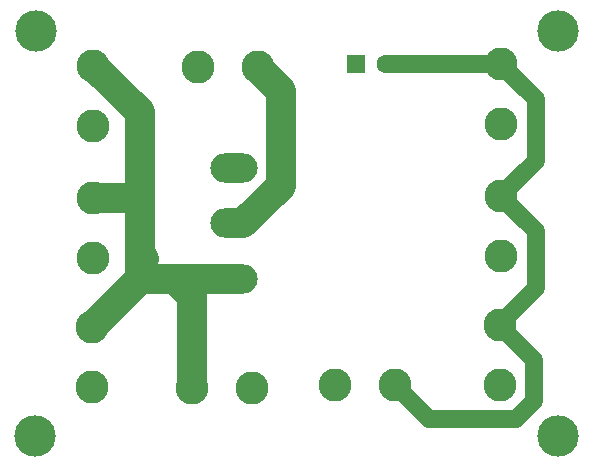
<source format=gtl>
G04*
G04 #@! TF.GenerationSoftware,Altium Limited,Altium Designer,24.9.1 (31)*
G04*
G04 Layer_Physical_Order=1*
G04 Layer_Color=255*
%FSTAX25Y25*%
%MOIN*%
G70*
G04*
G04 #@! TF.SameCoordinates,80357BE8-FB89-4C24-BB12-38274DCAA4D6*
G04*
G04*
G04 #@! TF.FilePolarity,Positive*
G04*
G01*
G75*
%ADD18C,0.09843*%
%ADD19C,0.05906*%
%ADD20O,0.15748X0.09843*%
%ADD21C,0.11000*%
%ADD22C,0.06299*%
%ADD23R,0.06299X0.06299*%
%ADD24C,0.13780*%
D18*
X0356953Y0263D02*
X03695Y0275547D01*
X0362Y0314687D02*
X03695Y0307187D01*
Y0275547D02*
Y0307187D01*
X0362Y0314687D02*
Y0315D01*
X0354Y0263D02*
X0356953D01*
X0334238Y0244496D02*
X034Y0238734D01*
X0334238Y0244496D02*
X0354D01*
X0322504D02*
X0334238D01*
X03225Y02445D02*
X0322504Y0244496D01*
X03225Y02525D02*
Y02715D01*
Y02445D02*
Y02525D01*
X0324004Y0250996D01*
X034Y0208D02*
Y0238734D01*
X0307Y02715D02*
X03225D01*
Y03D01*
X0307Y03155D02*
X03225Y03D01*
X03065Y02285D02*
X03225Y02445D01*
D19*
X0418821Y0197679D02*
X0447891D01*
X04075Y0209D02*
X0418821Y0197679D01*
X0447891D02*
X0453921Y0203709D01*
Y0217366D01*
X04425Y0228787D02*
X0453921Y0217366D01*
X04425Y0228787D02*
Y02291D01*
Y0229413D01*
X0454421Y0241335D01*
Y0260366D01*
X0443Y0271787D02*
X0454421Y0260366D01*
X0443Y0271787D02*
Y02721D01*
Y0272413D01*
X0454421Y0283835D01*
Y0304365D01*
X0443Y0315787D02*
X0454421Y0304365D01*
X0443Y0315787D02*
Y03161D01*
X04429Y0316D02*
X0443Y03161D01*
X04045Y0316D02*
X04429D01*
D20*
X0354Y0244496D02*
D03*
Y0263D02*
D03*
Y0281504D02*
D03*
D21*
X0342Y0315D02*
D03*
X0362D02*
D03*
X04075Y0209D02*
D03*
X03875D02*
D03*
X03065Y02085D02*
D03*
Y02285D02*
D03*
X036Y0208D02*
D03*
X034D02*
D03*
X0307Y02955D02*
D03*
Y03155D02*
D03*
Y02515D02*
D03*
Y02715D02*
D03*
X0443Y03161D02*
D03*
Y02961D02*
D03*
Y02721D02*
D03*
Y02521D02*
D03*
X04425Y02291D02*
D03*
Y02091D02*
D03*
D22*
X04045Y0316D02*
D03*
D23*
X03945D02*
D03*
D24*
X02875Y0192D02*
D03*
X0288Y0327D02*
D03*
X0462Y0192D02*
D03*
Y0327D02*
D03*
M02*

</source>
